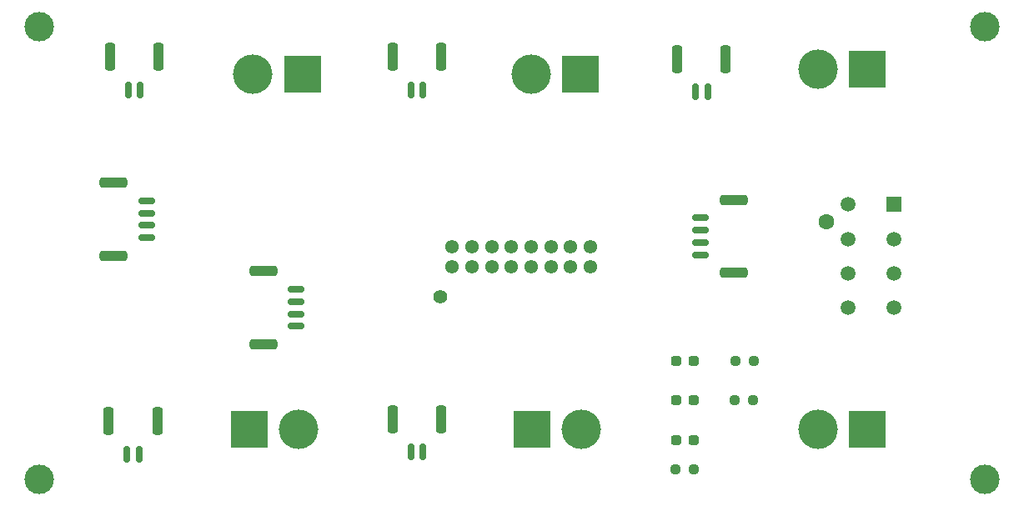
<source format=gts>
G04 #@! TF.GenerationSoftware,KiCad,Pcbnew,9.0.0*
G04 #@! TF.CreationDate,2025-03-25T13:32:25-05:00*
G04 #@! TF.ProjectId,Turret,54757272-6574-42e6-9b69-6361645f7063,rev?*
G04 #@! TF.SameCoordinates,Original*
G04 #@! TF.FileFunction,Soldermask,Top*
G04 #@! TF.FilePolarity,Negative*
%FSLAX46Y46*%
G04 Gerber Fmt 4.6, Leading zero omitted, Abs format (unit mm)*
G04 Created by KiCad (PCBNEW 9.0.0) date 2025-03-25 13:32:25*
%MOMM*%
%LPD*%
G01*
G04 APERTURE LIST*
G04 Aperture macros list*
%AMRoundRect*
0 Rectangle with rounded corners*
0 $1 Rounding radius*
0 $2 $3 $4 $5 $6 $7 $8 $9 X,Y pos of 4 corners*
0 Add a 4 corners polygon primitive as box body*
4,1,4,$2,$3,$4,$5,$6,$7,$8,$9,$2,$3,0*
0 Add four circle primitives for the rounded corners*
1,1,$1+$1,$2,$3*
1,1,$1+$1,$4,$5*
1,1,$1+$1,$6,$7*
1,1,$1+$1,$8,$9*
0 Add four rect primitives between the rounded corners*
20,1,$1+$1,$2,$3,$4,$5,0*
20,1,$1+$1,$4,$5,$6,$7,0*
20,1,$1+$1,$6,$7,$8,$9,0*
20,1,$1+$1,$8,$9,$2,$3,0*%
G04 Aperture macros list end*
%ADD10C,1.381000*%
%ADD11C,1.400000*%
%ADD12C,1.600000*%
%ADD13R,1.520000X1.520000*%
%ADD14C,1.520000*%
%ADD15RoundRect,0.150000X-0.150000X-0.700000X0.150000X-0.700000X0.150000X0.700000X-0.150000X0.700000X0*%
%ADD16RoundRect,0.250000X-0.250000X-1.150000X0.250000X-1.150000X0.250000X1.150000X-0.250000X1.150000X0*%
%ADD17RoundRect,0.237500X-0.287500X-0.237500X0.287500X-0.237500X0.287500X0.237500X-0.287500X0.237500X0*%
%ADD18R,3.800000X3.800000*%
%ADD19C,4.000000*%
%ADD20RoundRect,0.150000X-0.700000X0.150000X-0.700000X-0.150000X0.700000X-0.150000X0.700000X0.150000X0*%
%ADD21RoundRect,0.250000X-1.150000X0.250000X-1.150000X-0.250000X1.150000X-0.250000X1.150000X0.250000X0*%
%ADD22C,3.000000*%
%ADD23RoundRect,0.150000X0.700000X-0.150000X0.700000X0.150000X-0.700000X0.150000X-0.700000X-0.150000X0*%
%ADD24RoundRect,0.250000X1.150000X-0.250000X1.150000X0.250000X-1.150000X0.250000X-1.150000X-0.250000X0*%
%ADD25RoundRect,0.237500X0.250000X0.237500X-0.250000X0.237500X-0.250000X-0.237500X0.250000X-0.237500X0*%
%ADD26RoundRect,0.237500X-0.250000X-0.237500X0.250000X-0.237500X0.250000X0.237500X-0.250000X0.237500X0*%
G04 APERTURE END LIST*
D10*
X86400000Y-60500000D03*
X86400000Y-62500000D03*
X88400000Y-60500000D03*
X88400000Y-62500000D03*
X90400000Y-60500000D03*
X90400000Y-62500000D03*
X92400000Y-60500000D03*
X92400000Y-62500000D03*
X94400000Y-60500000D03*
X94400000Y-62500000D03*
X96400000Y-60500000D03*
X96400000Y-62500000D03*
X98400000Y-60500000D03*
X98400000Y-62500000D03*
X100400000Y-60500000D03*
X100400000Y-62500000D03*
D11*
X85200000Y-65550000D03*
D12*
X124370000Y-57950001D03*
D13*
X131200000Y-56200001D03*
D14*
X131200000Y-59700001D03*
X131200000Y-63200001D03*
X131200000Y-66700001D03*
X126600000Y-56200001D03*
X126600000Y-59700001D03*
X126600000Y-63200001D03*
X126600000Y-66700001D03*
D15*
X82189000Y-81328000D03*
X83439000Y-81328000D03*
D16*
X80339000Y-77978000D03*
X85289000Y-77978000D03*
D17*
X109125001Y-80100000D03*
X110874999Y-80100000D03*
D15*
X111073000Y-44752000D03*
X112323000Y-44752000D03*
D16*
X109223000Y-41402000D03*
X114173000Y-41402000D03*
D17*
X109125001Y-72100000D03*
X110874999Y-72100000D03*
D18*
X71167000Y-42926000D03*
D19*
X66167000Y-42926000D03*
D20*
X111633000Y-57561000D03*
X111633000Y-58811000D03*
X111633000Y-60061000D03*
X111633000Y-61311000D03*
D21*
X114983000Y-55711000D03*
X114983000Y-63161000D03*
D15*
X53487000Y-44577000D03*
X54737000Y-44577000D03*
D16*
X51637000Y-41227000D03*
X56587000Y-41227000D03*
D17*
X109125001Y-76100000D03*
X110874999Y-76100000D03*
D22*
X44450000Y-38100000D03*
D15*
X53360000Y-81534000D03*
X54610000Y-81534000D03*
D16*
X51510000Y-78184000D03*
X56460000Y-78184000D03*
D18*
X128500000Y-42500000D03*
D19*
X123500000Y-42500000D03*
D23*
X55350000Y-59575000D03*
X55350000Y-58325000D03*
X55350000Y-57075000D03*
X55350000Y-55825000D03*
D24*
X52000000Y-61425000D03*
X52000000Y-53975000D03*
D25*
X116912500Y-76100000D03*
X115087500Y-76100000D03*
D18*
X99441000Y-42926000D03*
D19*
X94441000Y-42926000D03*
D22*
X140450000Y-38100000D03*
D26*
X109087500Y-83100000D03*
X110912500Y-83100000D03*
D22*
X140450000Y-84100000D03*
D18*
X128500000Y-79000000D03*
D19*
X123500000Y-79000000D03*
D18*
X65750000Y-78994000D03*
D19*
X70750000Y-78994000D03*
D18*
X94500000Y-78994000D03*
D19*
X99500000Y-78994000D03*
D25*
X117000000Y-72080000D03*
X115175000Y-72080000D03*
D15*
X82189000Y-44577000D03*
X83439000Y-44577000D03*
D16*
X80339000Y-41227000D03*
X85289000Y-41227000D03*
D23*
X70550000Y-68575000D03*
X70550000Y-67325000D03*
X70550000Y-66075000D03*
X70550000Y-64825000D03*
D24*
X67200000Y-70425000D03*
X67200000Y-62975000D03*
D22*
X44450000Y-84100000D03*
M02*

</source>
